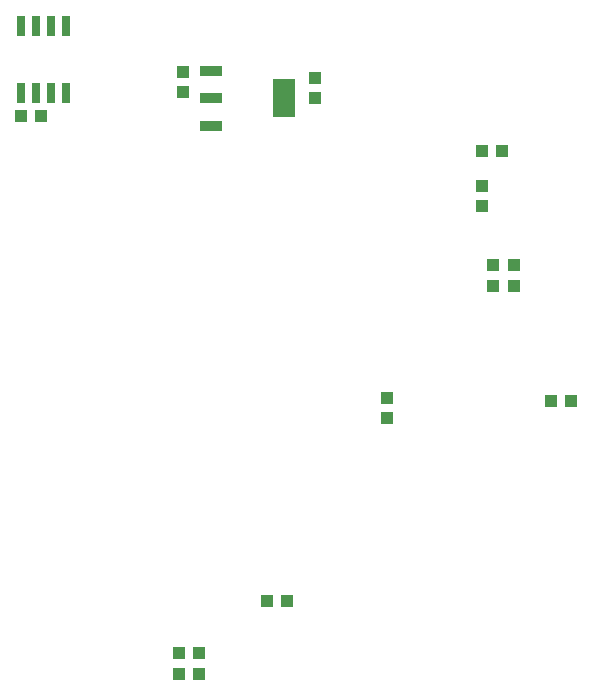
<source format=gbr>
G04 EAGLE Gerber X2 export*
%TF.Part,Single*%
%TF.FileFunction,Paste,Bot*%
%TF.FilePolarity,Positive*%
%TF.GenerationSoftware,Autodesk,EAGLE,8.6.1*%
%TF.CreationDate,2018-11-27T14:45:23Z*%
G75*
%MOMM*%
%FSLAX34Y34*%
%LPD*%
%AMOC8*
5,1,8,0,0,1.08239X$1,22.5*%
G01*
%ADD10R,1.000000X1.100000*%
%ADD11R,1.100000X1.000000*%
%ADD12R,0.650000X1.750000*%
%ADD13R,1.860000X0.900000*%
%ADD14R,1.860000X3.190000*%


D10*
X502158Y540630D03*
X502158Y523630D03*
X421510Y344020D03*
X421510Y361020D03*
D11*
X337430Y189230D03*
X320430Y189230D03*
X560460Y358140D03*
X577460Y358140D03*
X519040Y570230D03*
X502040Y570230D03*
D10*
X529590Y456320D03*
X529590Y473320D03*
X511810Y473320D03*
X511810Y456320D03*
D11*
X262500Y144780D03*
X245500Y144780D03*
X245500Y127000D03*
X262500Y127000D03*
D12*
X111760Y675700D03*
X124460Y675700D03*
X137160Y675700D03*
X149860Y675700D03*
X111760Y619700D03*
X124460Y619700D03*
X137160Y619700D03*
X149860Y619700D03*
D11*
X111642Y599948D03*
X128642Y599948D03*
D13*
X272780Y591680D03*
X272780Y614680D03*
X272780Y637680D03*
D14*
X334280Y614680D03*
D10*
X248920Y637150D03*
X248920Y620150D03*
X360680Y615070D03*
X360680Y632070D03*
M02*

</source>
